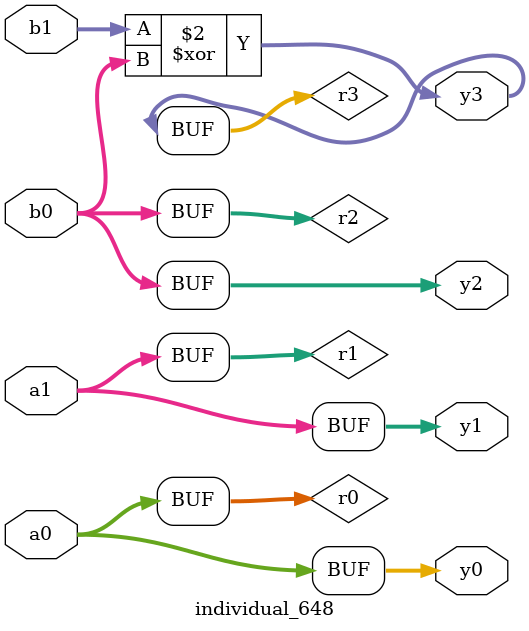
<source format=sv>
module individual_648(input logic [15:0] a1, input logic [15:0] a0, input logic [15:0] b1, input logic [15:0] b0, output logic [15:0] y3, output logic [15:0] y2, output logic [15:0] y1, output logic [15:0] y0);
logic [15:0] r0, r1, r2, r3;  always@(*) begin 	 r0 = a0; r1 = a1; r2 = b0; r3 = b1;  	 r3  ^=  r2 ; 	 y3 = r3; y2 = r2; y1 = r1; y0 = r0; end
endmodule
</source>
